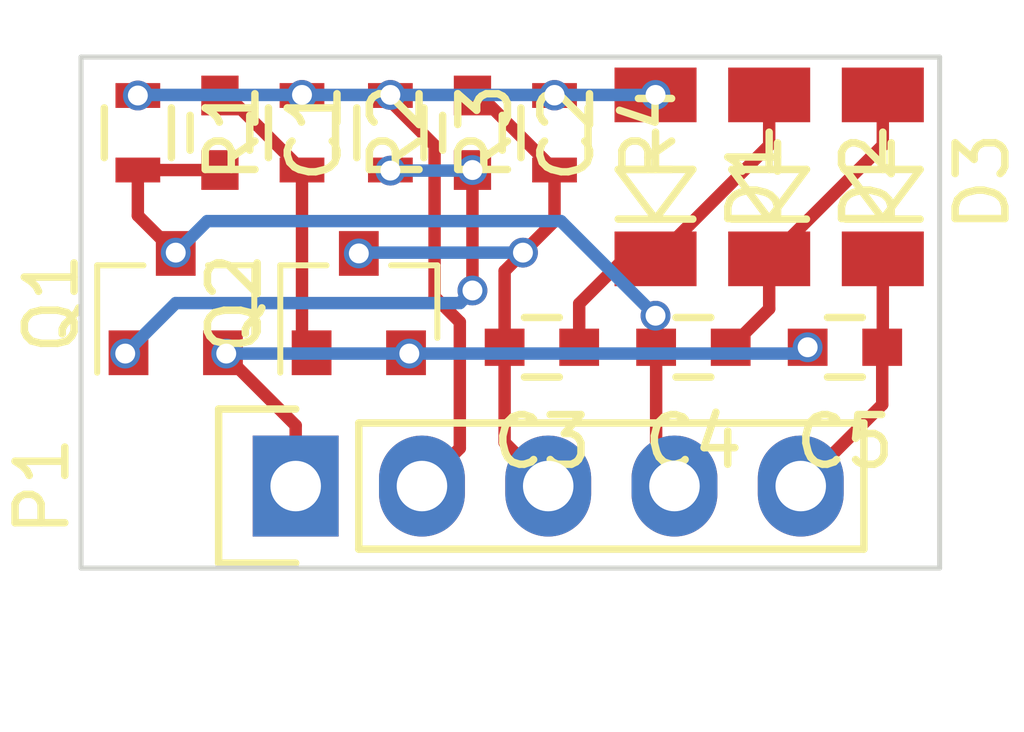
<source format=kicad_pcb>
(kicad_pcb (version 4) (host pcbnew 4.0.5)

  (general
    (links 26)
    (no_connects 0)
    (area 0 0 0 0)
    (thickness 1.6)
    (drawings 4)
    (tracks 86)
    (zones 0)
    (modules 15)
    (nets 10)
  )

  (page A4)
  (layers
    (0 F.Cu signal)
    (31 B.Cu signal)
    (32 B.Adhes user)
    (33 F.Adhes user)
    (34 B.Paste user)
    (35 F.Paste user)
    (36 B.SilkS user)
    (37 F.SilkS user)
    (38 B.Mask user)
    (39 F.Mask user)
    (40 Dwgs.User user)
    (41 Cmts.User user)
    (42 Eco1.User user)
    (43 Eco2.User user)
    (44 Edge.Cuts user)
    (45 Margin user)
    (46 B.CrtYd user)
    (47 F.CrtYd user)
    (48 B.Fab user)
    (49 F.Fab user)
  )

  (setup
    (last_trace_width 0.25)
    (trace_clearance 0.2)
    (zone_clearance 0.508)
    (zone_45_only no)
    (trace_min 0.2)
    (segment_width 0.2)
    (edge_width 0.1)
    (via_size 0.6)
    (via_drill 0.4)
    (via_min_size 0.4)
    (via_min_drill 0.3)
    (uvia_size 0.3)
    (uvia_drill 0.1)
    (uvias_allowed no)
    (uvia_min_size 0.2)
    (uvia_min_drill 0.1)
    (pcb_text_width 0.3)
    (pcb_text_size 1.5 1.5)
    (mod_edge_width 0.15)
    (mod_text_size 1 1)
    (mod_text_width 0.15)
    (pad_size 1.5 1.5)
    (pad_drill 0.6)
    (pad_to_mask_clearance 0)
    (aux_axis_origin 0 0)
    (visible_elements FFFCFF7F)
    (pcbplotparams
      (layerselection 0x00030_80000001)
      (usegerberextensions false)
      (excludeedgelayer true)
      (linewidth 0.100000)
      (plotframeref false)
      (viasonmask false)
      (mode 1)
      (useauxorigin false)
      (hpglpennumber 1)
      (hpglpenspeed 20)
      (hpglpendiameter 15)
      (hpglpenoverlay 2)
      (psnegative false)
      (psa4output false)
      (plotreference true)
      (plotvalue true)
      (plotinvisibletext false)
      (padsonsilk false)
      (subtractmaskfromsilk false)
      (outputformat 1)
      (mirror false)
      (drillshape 1)
      (scaleselection 1)
      (outputdirectory ""))
  )

  (net 0 "")
  (net 1 "Net-(C1-Pad1)")
  (net 2 "Net-(C2-Pad2)")
  (net 3 "Net-(C3-Pad1)")
  (net 4 "Net-(C4-Pad1)")
  (net 5 /P2)
  (net 6 /P1)
  (net 7 /V+)
  (net 8 GND)
  (net 9 /12V)

  (net_class Default "This is the default net class."
    (clearance 0.2)
    (trace_width 0.25)
    (via_dia 0.6)
    (via_drill 0.4)
    (uvia_dia 0.3)
    (uvia_drill 0.1)
    (add_net /12V)
    (add_net /P1)
    (add_net /P2)
    (add_net /V+)
    (add_net GND)
    (add_net "Net-(C1-Pad1)")
    (add_net "Net-(C2-Pad2)")
    (add_net "Net-(C3-Pad1)")
    (add_net "Net-(C4-Pad1)")
  )

  (module Capacitors_SMD:C_0603 (layer F.Cu) (tedit 5415D631) (tstamp 591B6AC4)
    (at 144.78 98.425 270)
    (descr "Capacitor SMD 0603, reflow soldering, AVX (see smccp.pdf)")
    (tags "capacitor 0603")
    (path /591B141C)
    (attr smd)
    (fp_text reference C1 (at 0 -1.9 270) (layer F.SilkS)
      (effects (font (size 1 1) (thickness 0.15)))
    )
    (fp_text value 0.01uF (at 0 1.9 270) (layer F.Fab)
      (effects (font (size 1 1) (thickness 0.15)))
    )
    (fp_line (start -0.8 0.4) (end -0.8 -0.4) (layer F.Fab) (width 0.15))
    (fp_line (start 0.8 0.4) (end -0.8 0.4) (layer F.Fab) (width 0.15))
    (fp_line (start 0.8 -0.4) (end 0.8 0.4) (layer F.Fab) (width 0.15))
    (fp_line (start -0.8 -0.4) (end 0.8 -0.4) (layer F.Fab) (width 0.15))
    (fp_line (start -1.45 -0.75) (end 1.45 -0.75) (layer F.CrtYd) (width 0.05))
    (fp_line (start -1.45 0.75) (end 1.45 0.75) (layer F.CrtYd) (width 0.05))
    (fp_line (start -1.45 -0.75) (end -1.45 0.75) (layer F.CrtYd) (width 0.05))
    (fp_line (start 1.45 -0.75) (end 1.45 0.75) (layer F.CrtYd) (width 0.05))
    (fp_line (start -0.35 -0.6) (end 0.35 -0.6) (layer F.SilkS) (width 0.15))
    (fp_line (start 0.35 0.6) (end -0.35 0.6) (layer F.SilkS) (width 0.15))
    (pad 1 smd rect (at -0.75 0 270) (size 0.8 0.75) (layers F.Cu F.Paste F.Mask)
      (net 1 "Net-(C1-Pad1)"))
    (pad 2 smd rect (at 0.75 0 270) (size 0.8 0.75) (layers F.Cu F.Paste F.Mask)
      (net 5 /P2))
    (model Capacitors_SMD.3dshapes/C_0603.wrl
      (at (xyz 0 0 0))
      (scale (xyz 1 1 1))
      (rotate (xyz 0 0 0))
    )
  )

  (module Capacitors_SMD:C_0603 (layer F.Cu) (tedit 5415D631) (tstamp 591B6AD4)
    (at 149.86 98.425 270)
    (descr "Capacitor SMD 0603, reflow soldering, AVX (see smccp.pdf)")
    (tags "capacitor 0603")
    (path /591B2113)
    (attr smd)
    (fp_text reference C2 (at 0 -1.9 270) (layer F.SilkS)
      (effects (font (size 1 1) (thickness 0.15)))
    )
    (fp_text value 0.01uF (at 0 1.9 270) (layer F.Fab)
      (effects (font (size 1 1) (thickness 0.15)))
    )
    (fp_line (start -0.8 0.4) (end -0.8 -0.4) (layer F.Fab) (width 0.15))
    (fp_line (start 0.8 0.4) (end -0.8 0.4) (layer F.Fab) (width 0.15))
    (fp_line (start 0.8 -0.4) (end 0.8 0.4) (layer F.Fab) (width 0.15))
    (fp_line (start -0.8 -0.4) (end 0.8 -0.4) (layer F.Fab) (width 0.15))
    (fp_line (start -1.45 -0.75) (end 1.45 -0.75) (layer F.CrtYd) (width 0.05))
    (fp_line (start -1.45 0.75) (end 1.45 0.75) (layer F.CrtYd) (width 0.05))
    (fp_line (start -1.45 -0.75) (end -1.45 0.75) (layer F.CrtYd) (width 0.05))
    (fp_line (start 1.45 -0.75) (end 1.45 0.75) (layer F.CrtYd) (width 0.05))
    (fp_line (start -0.35 -0.6) (end 0.35 -0.6) (layer F.SilkS) (width 0.15))
    (fp_line (start 0.35 0.6) (end -0.35 0.6) (layer F.SilkS) (width 0.15))
    (pad 1 smd rect (at -0.75 0 270) (size 0.8 0.75) (layers F.Cu F.Paste F.Mask)
      (net 6 /P1))
    (pad 2 smd rect (at 0.75 0 270) (size 0.8 0.75) (layers F.Cu F.Paste F.Mask)
      (net 2 "Net-(C2-Pad2)"))
    (model Capacitors_SMD.3dshapes/C_0603.wrl
      (at (xyz 0 0 0))
      (scale (xyz 1 1 1))
      (rotate (xyz 0 0 0))
    )
  )

  (module Capacitors_SMD:C_0603 (layer F.Cu) (tedit 5415D631) (tstamp 591B6AE4)
    (at 151.257 102.743 180)
    (descr "Capacitor SMD 0603, reflow soldering, AVX (see smccp.pdf)")
    (tags "capacitor 0603")
    (path /591B241E)
    (attr smd)
    (fp_text reference C3 (at 0 -1.9 180) (layer F.SilkS)
      (effects (font (size 1 1) (thickness 0.15)))
    )
    (fp_text value 1uF (at 0 1.9 180) (layer F.Fab)
      (effects (font (size 1 1) (thickness 0.15)))
    )
    (fp_line (start -0.8 0.4) (end -0.8 -0.4) (layer F.Fab) (width 0.15))
    (fp_line (start 0.8 0.4) (end -0.8 0.4) (layer F.Fab) (width 0.15))
    (fp_line (start 0.8 -0.4) (end 0.8 0.4) (layer F.Fab) (width 0.15))
    (fp_line (start -0.8 -0.4) (end 0.8 -0.4) (layer F.Fab) (width 0.15))
    (fp_line (start -1.45 -0.75) (end 1.45 -0.75) (layer F.CrtYd) (width 0.05))
    (fp_line (start -1.45 0.75) (end 1.45 0.75) (layer F.CrtYd) (width 0.05))
    (fp_line (start -1.45 -0.75) (end -1.45 0.75) (layer F.CrtYd) (width 0.05))
    (fp_line (start 1.45 -0.75) (end 1.45 0.75) (layer F.CrtYd) (width 0.05))
    (fp_line (start -0.35 -0.6) (end 0.35 -0.6) (layer F.SilkS) (width 0.15))
    (fp_line (start 0.35 0.6) (end -0.35 0.6) (layer F.SilkS) (width 0.15))
    (pad 1 smd rect (at -0.75 0 180) (size 0.8 0.75) (layers F.Cu F.Paste F.Mask)
      (net 3 "Net-(C3-Pad1)"))
    (pad 2 smd rect (at 0.75 0 180) (size 0.8 0.75) (layers F.Cu F.Paste F.Mask)
      (net 6 /P1))
    (model Capacitors_SMD.3dshapes/C_0603.wrl
      (at (xyz 0 0 0))
      (scale (xyz 1 1 1))
      (rotate (xyz 0 0 0))
    )
  )

  (module Capacitors_SMD:C_0603 (layer F.Cu) (tedit 5415D631) (tstamp 591B6AF4)
    (at 154.305 102.743 180)
    (descr "Capacitor SMD 0603, reflow soldering, AVX (see smccp.pdf)")
    (tags "capacitor 0603")
    (path /591B260E)
    (attr smd)
    (fp_text reference C4 (at 0 -1.9 180) (layer F.SilkS)
      (effects (font (size 1 1) (thickness 0.15)))
    )
    (fp_text value 1uF (at 0 1.9 180) (layer F.Fab)
      (effects (font (size 1 1) (thickness 0.15)))
    )
    (fp_line (start -0.8 0.4) (end -0.8 -0.4) (layer F.Fab) (width 0.15))
    (fp_line (start 0.8 0.4) (end -0.8 0.4) (layer F.Fab) (width 0.15))
    (fp_line (start 0.8 -0.4) (end 0.8 0.4) (layer F.Fab) (width 0.15))
    (fp_line (start -0.8 -0.4) (end 0.8 -0.4) (layer F.Fab) (width 0.15))
    (fp_line (start -1.45 -0.75) (end 1.45 -0.75) (layer F.CrtYd) (width 0.05))
    (fp_line (start -1.45 0.75) (end 1.45 0.75) (layer F.CrtYd) (width 0.05))
    (fp_line (start -1.45 -0.75) (end -1.45 0.75) (layer F.CrtYd) (width 0.05))
    (fp_line (start 1.45 -0.75) (end 1.45 0.75) (layer F.CrtYd) (width 0.05))
    (fp_line (start -0.35 -0.6) (end 0.35 -0.6) (layer F.SilkS) (width 0.15))
    (fp_line (start 0.35 0.6) (end -0.35 0.6) (layer F.SilkS) (width 0.15))
    (pad 1 smd rect (at -0.75 0 180) (size 0.8 0.75) (layers F.Cu F.Paste F.Mask)
      (net 4 "Net-(C4-Pad1)"))
    (pad 2 smd rect (at 0.75 0 180) (size 0.8 0.75) (layers F.Cu F.Paste F.Mask)
      (net 5 /P2))
    (model Capacitors_SMD.3dshapes/C_0603.wrl
      (at (xyz 0 0 0))
      (scale (xyz 1 1 1))
      (rotate (xyz 0 0 0))
    )
  )

  (module Capacitors_SMD:C_0603 (layer F.Cu) (tedit 5415D631) (tstamp 591B6B04)
    (at 157.353 102.743 180)
    (descr "Capacitor SMD 0603, reflow soldering, AVX (see smccp.pdf)")
    (tags "capacitor 0603")
    (path /591B2680)
    (attr smd)
    (fp_text reference C5 (at 0 -1.9 180) (layer F.SilkS)
      (effects (font (size 1 1) (thickness 0.15)))
    )
    (fp_text value 1uF (at 0 1.9 180) (layer F.Fab)
      (effects (font (size 1 1) (thickness 0.15)))
    )
    (fp_line (start -0.8 0.4) (end -0.8 -0.4) (layer F.Fab) (width 0.15))
    (fp_line (start 0.8 0.4) (end -0.8 0.4) (layer F.Fab) (width 0.15))
    (fp_line (start 0.8 -0.4) (end 0.8 0.4) (layer F.Fab) (width 0.15))
    (fp_line (start -0.8 -0.4) (end 0.8 -0.4) (layer F.Fab) (width 0.15))
    (fp_line (start -1.45 -0.75) (end 1.45 -0.75) (layer F.CrtYd) (width 0.05))
    (fp_line (start -1.45 0.75) (end 1.45 0.75) (layer F.CrtYd) (width 0.05))
    (fp_line (start -1.45 -0.75) (end -1.45 0.75) (layer F.CrtYd) (width 0.05))
    (fp_line (start 1.45 -0.75) (end 1.45 0.75) (layer F.CrtYd) (width 0.05))
    (fp_line (start -0.35 -0.6) (end 0.35 -0.6) (layer F.SilkS) (width 0.15))
    (fp_line (start 0.35 0.6) (end -0.35 0.6) (layer F.SilkS) (width 0.15))
    (pad 1 smd rect (at -0.75 0 180) (size 0.8 0.75) (layers F.Cu F.Paste F.Mask)
      (net 7 /V+))
    (pad 2 smd rect (at 0.75 0 180) (size 0.8 0.75) (layers F.Cu F.Paste F.Mask)
      (net 8 GND))
    (model Capacitors_SMD.3dshapes/C_0603.wrl
      (at (xyz 0 0 0))
      (scale (xyz 1 1 1))
      (rotate (xyz 0 0 0))
    )
  )

  (module Local:SOD-80 (layer F.Cu) (tedit 58968F75) (tstamp 591B6B14)
    (at 153.543 97.663 270)
    (path /591B2499)
    (fp_text reference D1 (at 1.75 -2 270) (layer F.SilkS)
      (effects (font (size 1 1) (thickness 0.15)))
    )
    (fp_text value LL4148 (at 1.5 2 270) (layer F.Fab)
      (effects (font (size 1 1) (thickness 0.15)))
    )
    (fp_line (start -0.75 -1) (end 4 -1) (layer F.CrtYd) (width 0.15))
    (fp_line (start 4 -1) (end 4 1) (layer F.CrtYd) (width 0.15))
    (fp_line (start 4 1) (end -0.75 1) (layer F.CrtYd) (width 0.15))
    (fp_line (start -0.75 1) (end -0.75 -1) (layer F.CrtYd) (width 0.15))
    (fp_line (start 2.5 -0.75) (end 2.5 0.75) (layer F.SilkS) (width 0.15))
    (fp_line (start 0.75 0) (end 1.5 0) (layer F.SilkS) (width 0.15))
    (fp_line (start 1.5 0) (end 1.5 -0.75) (layer F.SilkS) (width 0.15))
    (fp_line (start 1.5 -0.75) (end 2.5 0) (layer F.SilkS) (width 0.15))
    (fp_line (start 2.5 0) (end 1.5 0.75) (layer F.SilkS) (width 0.15))
    (fp_line (start 1.5 0.75) (end 1.5 0) (layer F.SilkS) (width 0.15))
    (pad 2 smd rect (at 3.3 0 270) (size 1.1 1.65) (layers F.Cu F.Paste F.Mask)
      (net 3 "Net-(C3-Pad1)"))
    (pad 1 smd rect (at 0 0 270) (size 1.1 1.65) (layers F.Cu F.Paste F.Mask)
      (net 9 /12V))
  )

  (module Local:SOD-80 (layer F.Cu) (tedit 58968F75) (tstamp 591B6B24)
    (at 155.829 97.663 270)
    (path /591B2614)
    (fp_text reference D2 (at 1.75 -2 270) (layer F.SilkS)
      (effects (font (size 1 1) (thickness 0.15)))
    )
    (fp_text value LL4148 (at 1.5 2 270) (layer F.Fab)
      (effects (font (size 1 1) (thickness 0.15)))
    )
    (fp_line (start -0.75 -1) (end 4 -1) (layer F.CrtYd) (width 0.15))
    (fp_line (start 4 -1) (end 4 1) (layer F.CrtYd) (width 0.15))
    (fp_line (start 4 1) (end -0.75 1) (layer F.CrtYd) (width 0.15))
    (fp_line (start -0.75 1) (end -0.75 -1) (layer F.CrtYd) (width 0.15))
    (fp_line (start 2.5 -0.75) (end 2.5 0.75) (layer F.SilkS) (width 0.15))
    (fp_line (start 0.75 0) (end 1.5 0) (layer F.SilkS) (width 0.15))
    (fp_line (start 1.5 0) (end 1.5 -0.75) (layer F.SilkS) (width 0.15))
    (fp_line (start 1.5 -0.75) (end 2.5 0) (layer F.SilkS) (width 0.15))
    (fp_line (start 2.5 0) (end 1.5 0.75) (layer F.SilkS) (width 0.15))
    (fp_line (start 1.5 0.75) (end 1.5 0) (layer F.SilkS) (width 0.15))
    (pad 2 smd rect (at 3.3 0 270) (size 1.1 1.65) (layers F.Cu F.Paste F.Mask)
      (net 4 "Net-(C4-Pad1)"))
    (pad 1 smd rect (at 0 0 270) (size 1.1 1.65) (layers F.Cu F.Paste F.Mask)
      (net 3 "Net-(C3-Pad1)"))
  )

  (module Local:SOD-80 (layer F.Cu) (tedit 58968F75) (tstamp 591B6B34)
    (at 158.115 97.663 270)
    (path /591B2686)
    (fp_text reference D3 (at 1.75 -2 270) (layer F.SilkS)
      (effects (font (size 1 1) (thickness 0.15)))
    )
    (fp_text value LL4148 (at 1.5 2 270) (layer F.Fab)
      (effects (font (size 1 1) (thickness 0.15)))
    )
    (fp_line (start -0.75 -1) (end 4 -1) (layer F.CrtYd) (width 0.15))
    (fp_line (start 4 -1) (end 4 1) (layer F.CrtYd) (width 0.15))
    (fp_line (start 4 1) (end -0.75 1) (layer F.CrtYd) (width 0.15))
    (fp_line (start -0.75 1) (end -0.75 -1) (layer F.CrtYd) (width 0.15))
    (fp_line (start 2.5 -0.75) (end 2.5 0.75) (layer F.SilkS) (width 0.15))
    (fp_line (start 0.75 0) (end 1.5 0) (layer F.SilkS) (width 0.15))
    (fp_line (start 1.5 0) (end 1.5 -0.75) (layer F.SilkS) (width 0.15))
    (fp_line (start 1.5 -0.75) (end 2.5 0) (layer F.SilkS) (width 0.15))
    (fp_line (start 2.5 0) (end 1.5 0.75) (layer F.SilkS) (width 0.15))
    (fp_line (start 1.5 0.75) (end 1.5 0) (layer F.SilkS) (width 0.15))
    (pad 2 smd rect (at 3.3 0 270) (size 1.1 1.65) (layers F.Cu F.Paste F.Mask)
      (net 7 /V+))
    (pad 1 smd rect (at 0 0 270) (size 1.1 1.65) (layers F.Cu F.Paste F.Mask)
      (net 4 "Net-(C4-Pad1)"))
  )

  (module TO_SOT_Packages_SMD:SOT-23 (layer F.Cu) (tedit 583F39EB) (tstamp 591B6B47)
    (at 143.891 101.854 90)
    (descr "SOT-23, Standard")
    (tags SOT-23)
    (path /591B21B0)
    (attr smd)
    (fp_text reference Q1 (at 0 -2.5 90) (layer F.SilkS)
      (effects (font (size 1 1) (thickness 0.15)))
    )
    (fp_text value MMBT3906 (at 0 2.5 90) (layer F.Fab)
      (effects (font (size 1 1) (thickness 0.15)))
    )
    (fp_line (start 0.76 1.58) (end 0.76 0.65) (layer F.SilkS) (width 0.12))
    (fp_line (start 0.76 -1.58) (end 0.76 -0.65) (layer F.SilkS) (width 0.12))
    (fp_line (start 0.7 -1.52) (end 0.7 1.52) (layer F.Fab) (width 0.15))
    (fp_line (start -0.7 1.52) (end 0.7 1.52) (layer F.Fab) (width 0.15))
    (fp_line (start -1.7 -1.75) (end 1.7 -1.75) (layer F.CrtYd) (width 0.05))
    (fp_line (start 1.7 -1.75) (end 1.7 1.75) (layer F.CrtYd) (width 0.05))
    (fp_line (start 1.7 1.75) (end -1.7 1.75) (layer F.CrtYd) (width 0.05))
    (fp_line (start -1.7 1.75) (end -1.7 -1.75) (layer F.CrtYd) (width 0.05))
    (fp_line (start 0.76 -1.58) (end -1.4 -1.58) (layer F.SilkS) (width 0.12))
    (fp_line (start -0.7 -1.52) (end 0.7 -1.52) (layer F.Fab) (width 0.15))
    (fp_line (start -0.7 -1.52) (end -0.7 1.52) (layer F.Fab) (width 0.15))
    (fp_line (start 0.76 1.58) (end -0.7 1.58) (layer F.SilkS) (width 0.12))
    (pad 1 smd rect (at -1 -0.95 90) (size 0.9 0.8) (layers F.Cu F.Paste F.Mask)
      (net 2 "Net-(C2-Pad2)"))
    (pad 2 smd rect (at -1 0.95 90) (size 0.9 0.8) (layers F.Cu F.Paste F.Mask)
      (net 8 GND))
    (pad 3 smd rect (at 1 0 90) (size 0.9 0.8) (layers F.Cu F.Paste F.Mask)
      (net 5 /P2))
    (model TO_SOT_Packages_SMD.3dshapes/SOT-23.wrl
      (at (xyz 0 0 0))
      (scale (xyz 1 1 1))
      (rotate (xyz 0 0 90))
    )
  )

  (module TO_SOT_Packages_SMD:SOT-23 (layer F.Cu) (tedit 583F39EB) (tstamp 591B6B5A)
    (at 147.574 101.854 90)
    (descr "SOT-23, Standard")
    (tags SOT-23)
    (path /591B0BFB)
    (attr smd)
    (fp_text reference Q2 (at 0 -2.5 90) (layer F.SilkS)
      (effects (font (size 1 1) (thickness 0.15)))
    )
    (fp_text value MMBT3906 (at 0 2.5 90) (layer F.Fab)
      (effects (font (size 1 1) (thickness 0.15)))
    )
    (fp_line (start 0.76 1.58) (end 0.76 0.65) (layer F.SilkS) (width 0.12))
    (fp_line (start 0.76 -1.58) (end 0.76 -0.65) (layer F.SilkS) (width 0.12))
    (fp_line (start 0.7 -1.52) (end 0.7 1.52) (layer F.Fab) (width 0.15))
    (fp_line (start -0.7 1.52) (end 0.7 1.52) (layer F.Fab) (width 0.15))
    (fp_line (start -1.7 -1.75) (end 1.7 -1.75) (layer F.CrtYd) (width 0.05))
    (fp_line (start 1.7 -1.75) (end 1.7 1.75) (layer F.CrtYd) (width 0.05))
    (fp_line (start 1.7 1.75) (end -1.7 1.75) (layer F.CrtYd) (width 0.05))
    (fp_line (start -1.7 1.75) (end -1.7 -1.75) (layer F.CrtYd) (width 0.05))
    (fp_line (start 0.76 -1.58) (end -1.4 -1.58) (layer F.SilkS) (width 0.12))
    (fp_line (start -0.7 -1.52) (end 0.7 -1.52) (layer F.Fab) (width 0.15))
    (fp_line (start -0.7 -1.52) (end -0.7 1.52) (layer F.Fab) (width 0.15))
    (fp_line (start 0.76 1.58) (end -0.7 1.58) (layer F.SilkS) (width 0.12))
    (pad 1 smd rect (at -1 -0.95 90) (size 0.9 0.8) (layers F.Cu F.Paste F.Mask)
      (net 1 "Net-(C1-Pad1)"))
    (pad 2 smd rect (at -1 0.95 90) (size 0.9 0.8) (layers F.Cu F.Paste F.Mask)
      (net 8 GND))
    (pad 3 smd rect (at 1 0 90) (size 0.9 0.8) (layers F.Cu F.Paste F.Mask)
      (net 6 /P1))
    (model TO_SOT_Packages_SMD.3dshapes/SOT-23.wrl
      (at (xyz 0 0 0))
      (scale (xyz 1 1 1))
      (rotate (xyz 0 0 90))
    )
  )

  (module Resistors_SMD:R_0603 (layer F.Cu) (tedit 58307A47) (tstamp 591B6B6A)
    (at 143.129 98.425 270)
    (descr "Resistor SMD 0603, reflow soldering, Vishay (see dcrcw.pdf)")
    (tags "resistor 0603")
    (path /591B13E8)
    (attr smd)
    (fp_text reference R1 (at 0 -1.9 270) (layer F.SilkS)
      (effects (font (size 1 1) (thickness 0.15)))
    )
    (fp_text value 10K (at 0 1.9 270) (layer F.Fab)
      (effects (font (size 1 1) (thickness 0.15)))
    )
    (fp_line (start -0.8 0.4) (end -0.8 -0.4) (layer F.Fab) (width 0.1))
    (fp_line (start 0.8 0.4) (end -0.8 0.4) (layer F.Fab) (width 0.1))
    (fp_line (start 0.8 -0.4) (end 0.8 0.4) (layer F.Fab) (width 0.1))
    (fp_line (start -0.8 -0.4) (end 0.8 -0.4) (layer F.Fab) (width 0.1))
    (fp_line (start -1.3 -0.8) (end 1.3 -0.8) (layer F.CrtYd) (width 0.05))
    (fp_line (start -1.3 0.8) (end 1.3 0.8) (layer F.CrtYd) (width 0.05))
    (fp_line (start -1.3 -0.8) (end -1.3 0.8) (layer F.CrtYd) (width 0.05))
    (fp_line (start 1.3 -0.8) (end 1.3 0.8) (layer F.CrtYd) (width 0.05))
    (fp_line (start 0.5 0.675) (end -0.5 0.675) (layer F.SilkS) (width 0.15))
    (fp_line (start -0.5 -0.675) (end 0.5 -0.675) (layer F.SilkS) (width 0.15))
    (pad 1 smd rect (at -0.75 0 270) (size 0.5 0.9) (layers F.Cu F.Paste F.Mask)
      (net 9 /12V))
    (pad 2 smd rect (at 0.75 0 270) (size 0.5 0.9) (layers F.Cu F.Paste F.Mask)
      (net 5 /P2))
    (model Resistors_SMD.3dshapes/R_0603.wrl
      (at (xyz 0 0 0))
      (scale (xyz 1 1 1))
      (rotate (xyz 0 0 0))
    )
  )

  (module Resistors_SMD:R_0603 (layer F.Cu) (tedit 58307A47) (tstamp 591B6B7A)
    (at 146.431 98.425 270)
    (descr "Resistor SMD 0603, reflow soldering, Vishay (see dcrcw.pdf)")
    (tags "resistor 0603")
    (path /591B1957)
    (attr smd)
    (fp_text reference R2 (at 0 -1.9 270) (layer F.SilkS)
      (effects (font (size 1 1) (thickness 0.15)))
    )
    (fp_text value 100K (at 0 1.9 270) (layer F.Fab)
      (effects (font (size 1 1) (thickness 0.15)))
    )
    (fp_line (start -0.8 0.4) (end -0.8 -0.4) (layer F.Fab) (width 0.1))
    (fp_line (start 0.8 0.4) (end -0.8 0.4) (layer F.Fab) (width 0.1))
    (fp_line (start 0.8 -0.4) (end 0.8 0.4) (layer F.Fab) (width 0.1))
    (fp_line (start -0.8 -0.4) (end 0.8 -0.4) (layer F.Fab) (width 0.1))
    (fp_line (start -1.3 -0.8) (end 1.3 -0.8) (layer F.CrtYd) (width 0.05))
    (fp_line (start -1.3 0.8) (end 1.3 0.8) (layer F.CrtYd) (width 0.05))
    (fp_line (start -1.3 -0.8) (end -1.3 0.8) (layer F.CrtYd) (width 0.05))
    (fp_line (start 1.3 -0.8) (end 1.3 0.8) (layer F.CrtYd) (width 0.05))
    (fp_line (start 0.5 0.675) (end -0.5 0.675) (layer F.SilkS) (width 0.15))
    (fp_line (start -0.5 -0.675) (end 0.5 -0.675) (layer F.SilkS) (width 0.15))
    (pad 1 smd rect (at -0.75 0 270) (size 0.5 0.9) (layers F.Cu F.Paste F.Mask)
      (net 9 /12V))
    (pad 2 smd rect (at 0.75 0 270) (size 0.5 0.9) (layers F.Cu F.Paste F.Mask)
      (net 1 "Net-(C1-Pad1)"))
    (model Resistors_SMD.3dshapes/R_0603.wrl
      (at (xyz 0 0 0))
      (scale (xyz 1 1 1))
      (rotate (xyz 0 0 0))
    )
  )

  (module Resistors_SMD:R_0603 (layer F.Cu) (tedit 58307A47) (tstamp 591B6B8A)
    (at 148.209 98.425 270)
    (descr "Resistor SMD 0603, reflow soldering, Vishay (see dcrcw.pdf)")
    (tags "resistor 0603")
    (path /591B210D)
    (attr smd)
    (fp_text reference R3 (at 0 -1.9 270) (layer F.SilkS)
      (effects (font (size 1 1) (thickness 0.15)))
    )
    (fp_text value 10K (at 0 1.9 270) (layer F.Fab)
      (effects (font (size 1 1) (thickness 0.15)))
    )
    (fp_line (start -0.8 0.4) (end -0.8 -0.4) (layer F.Fab) (width 0.1))
    (fp_line (start 0.8 0.4) (end -0.8 0.4) (layer F.Fab) (width 0.1))
    (fp_line (start 0.8 -0.4) (end 0.8 0.4) (layer F.Fab) (width 0.1))
    (fp_line (start -0.8 -0.4) (end 0.8 -0.4) (layer F.Fab) (width 0.1))
    (fp_line (start -1.3 -0.8) (end 1.3 -0.8) (layer F.CrtYd) (width 0.05))
    (fp_line (start -1.3 0.8) (end 1.3 0.8) (layer F.CrtYd) (width 0.05))
    (fp_line (start -1.3 -0.8) (end -1.3 0.8) (layer F.CrtYd) (width 0.05))
    (fp_line (start 1.3 -0.8) (end 1.3 0.8) (layer F.CrtYd) (width 0.05))
    (fp_line (start 0.5 0.675) (end -0.5 0.675) (layer F.SilkS) (width 0.15))
    (fp_line (start -0.5 -0.675) (end 0.5 -0.675) (layer F.SilkS) (width 0.15))
    (pad 1 smd rect (at -0.75 0 270) (size 0.5 0.9) (layers F.Cu F.Paste F.Mask)
      (net 9 /12V))
    (pad 2 smd rect (at 0.75 0 270) (size 0.5 0.9) (layers F.Cu F.Paste F.Mask)
      (net 2 "Net-(C2-Pad2)"))
    (model Resistors_SMD.3dshapes/R_0603.wrl
      (at (xyz 0 0 0))
      (scale (xyz 1 1 1))
      (rotate (xyz 0 0 0))
    )
  )

  (module Resistors_SMD:R_0603 (layer F.Cu) (tedit 58307A47) (tstamp 591B6B9A)
    (at 151.511 98.425 270)
    (descr "Resistor SMD 0603, reflow soldering, Vishay (see dcrcw.pdf)")
    (tags "resistor 0603")
    (path /591B2119)
    (attr smd)
    (fp_text reference R4 (at 0 -1.9 270) (layer F.SilkS)
      (effects (font (size 1 1) (thickness 0.15)))
    )
    (fp_text value 100K (at 0 1.9 270) (layer F.Fab)
      (effects (font (size 1 1) (thickness 0.15)))
    )
    (fp_line (start -0.8 0.4) (end -0.8 -0.4) (layer F.Fab) (width 0.1))
    (fp_line (start 0.8 0.4) (end -0.8 0.4) (layer F.Fab) (width 0.1))
    (fp_line (start 0.8 -0.4) (end 0.8 0.4) (layer F.Fab) (width 0.1))
    (fp_line (start -0.8 -0.4) (end 0.8 -0.4) (layer F.Fab) (width 0.1))
    (fp_line (start -1.3 -0.8) (end 1.3 -0.8) (layer F.CrtYd) (width 0.05))
    (fp_line (start -1.3 0.8) (end 1.3 0.8) (layer F.CrtYd) (width 0.05))
    (fp_line (start -1.3 -0.8) (end -1.3 0.8) (layer F.CrtYd) (width 0.05))
    (fp_line (start 1.3 -0.8) (end 1.3 0.8) (layer F.CrtYd) (width 0.05))
    (fp_line (start 0.5 0.675) (end -0.5 0.675) (layer F.SilkS) (width 0.15))
    (fp_line (start -0.5 -0.675) (end 0.5 -0.675) (layer F.SilkS) (width 0.15))
    (pad 1 smd rect (at -0.75 0 270) (size 0.5 0.9) (layers F.Cu F.Paste F.Mask)
      (net 9 /12V))
    (pad 2 smd rect (at 0.75 0 270) (size 0.5 0.9) (layers F.Cu F.Paste F.Mask)
      (net 6 /P1))
    (model Resistors_SMD.3dshapes/R_0603.wrl
      (at (xyz 0 0 0))
      (scale (xyz 1 1 1))
      (rotate (xyz 0 0 0))
    )
  )

  (module Pin_Headers:Pin_Header_Straight_1x05 (layer F.Cu) (tedit 54EA0684) (tstamp 59278230)
    (at 146.304 105.537 90)
    (descr "Through hole pin header")
    (tags "pin header")
    (path /59270FA7)
    (fp_text reference P1 (at 0 -5.1 90) (layer F.SilkS)
      (effects (font (size 1 1) (thickness 0.15)))
    )
    (fp_text value CONN_01X05 (at 0 -3.1 90) (layer F.Fab)
      (effects (font (size 1 1) (thickness 0.15)))
    )
    (fp_line (start -1.55 0) (end -1.55 -1.55) (layer F.SilkS) (width 0.15))
    (fp_line (start -1.55 -1.55) (end 1.55 -1.55) (layer F.SilkS) (width 0.15))
    (fp_line (start 1.55 -1.55) (end 1.55 0) (layer F.SilkS) (width 0.15))
    (fp_line (start -1.75 -1.75) (end -1.75 11.95) (layer F.CrtYd) (width 0.05))
    (fp_line (start 1.75 -1.75) (end 1.75 11.95) (layer F.CrtYd) (width 0.05))
    (fp_line (start -1.75 -1.75) (end 1.75 -1.75) (layer F.CrtYd) (width 0.05))
    (fp_line (start -1.75 11.95) (end 1.75 11.95) (layer F.CrtYd) (width 0.05))
    (fp_line (start 1.27 1.27) (end 1.27 11.43) (layer F.SilkS) (width 0.15))
    (fp_line (start 1.27 11.43) (end -1.27 11.43) (layer F.SilkS) (width 0.15))
    (fp_line (start -1.27 11.43) (end -1.27 1.27) (layer F.SilkS) (width 0.15))
    (fp_line (start 1.27 1.27) (end -1.27 1.27) (layer F.SilkS) (width 0.15))
    (pad 1 thru_hole rect (at 0 0 90) (size 2.032 1.7272) (drill 1.016) (layers *.Cu *.Mask)
      (net 8 GND))
    (pad 2 thru_hole oval (at 0 2.54 90) (size 2.032 1.7272) (drill 1.016) (layers *.Cu *.Mask)
      (net 9 /12V))
    (pad 3 thru_hole oval (at 0 5.08 90) (size 2.032 1.7272) (drill 1.016) (layers *.Cu *.Mask)
      (net 6 /P1))
    (pad 4 thru_hole oval (at 0 7.62 90) (size 2.032 1.7272) (drill 1.016) (layers *.Cu *.Mask)
      (net 5 /P2))
    (pad 5 thru_hole oval (at 0 10.16 90) (size 2.032 1.7272) (drill 1.016) (layers *.Cu *.Mask)
      (net 7 /V+))
    (model Pin_Headers.3dshapes/Pin_Header_Straight_1x05.wrl
      (at (xyz 0 -0.2 0))
      (scale (xyz 1 1 1))
      (rotate (xyz 0 0 90))
    )
  )

  (gr_line (start 141.986 107.188) (end 141.986 96.901) (angle 90) (layer Edge.Cuts) (width 0.1))
  (gr_line (start 159.258 107.188) (end 141.986 107.188) (angle 90) (layer Edge.Cuts) (width 0.1))
  (gr_line (start 159.258 96.901) (end 159.258 107.188) (angle 90) (layer Edge.Cuts) (width 0.1))
  (gr_line (start 141.986 96.901) (end 159.258 96.901) (angle 90) (layer Edge.Cuts) (width 0.1))

  (segment (start 146.431 99.175) (end 146.431 102.661) (width 0.25) (layer F.Cu) (net 1))
  (segment (start 146.431 102.661) (end 146.624 102.854) (width 0.25) (layer F.Cu) (net 1) (tstamp 5927837D))
  (segment (start 144.78 97.675) (end 144.931 97.675) (width 0.25) (layer F.Cu) (net 1))
  (segment (start 144.931 97.675) (end 146.431 99.175) (width 0.25) (layer F.Cu) (net 1) (tstamp 5927836F))
  (segment (start 149.86 99.175) (end 149.86 101.6) (width 0.25) (layer F.Cu) (net 2))
  (segment (start 142.875 102.87) (end 142.941 102.854) (width 0.25) (layer F.Cu) (net 2) (tstamp 592783B7))
  (via (at 142.875 102.87) (size 0.6) (drill 0.4) (layers F.Cu B.Cu) (net 2))
  (segment (start 143.891 101.854) (end 142.875 102.87) (width 0.25) (layer B.Cu) (net 2) (tstamp 592783B3))
  (segment (start 149.606 101.854) (end 143.891 101.854) (width 0.25) (layer B.Cu) (net 2) (tstamp 592783B2))
  (segment (start 149.86 101.6) (end 149.606 101.854) (width 0.25) (layer B.Cu) (net 2) (tstamp 592783B1))
  (via (at 149.86 101.6) (size 0.6) (drill 0.4) (layers F.Cu B.Cu) (net 2))
  (via (at 149.86 99.175) (size 0.6) (drill 0.4) (layers F.Cu B.Cu) (net 2))
  (segment (start 148.209 99.175) (end 148.209 99.187) (width 0.25) (layer F.Cu) (net 2) (tstamp 5927839E))
  (via (at 148.209 99.187) (size 0.6) (drill 0.4) (layers F.Cu B.Cu) (net 2))
  (segment (start 149.848 99.187) (end 148.209 99.187) (width 0.25) (layer B.Cu) (net 2) (tstamp 5927839B))
  (segment (start 149.848 99.187) (end 149.86 99.175) (width 0.25) (layer B.Cu) (net 2) (tstamp 5927839A))
  (segment (start 153.543 100.963) (end 152.91 100.963) (width 0.25) (layer F.Cu) (net 3))
  (segment (start 152.91 100.963) (end 152.007 101.866) (width 0.25) (layer F.Cu) (net 3) (tstamp 59278366))
  (segment (start 152.007 101.866) (end 152.007 102.743) (width 0.25) (layer F.Cu) (net 3) (tstamp 59278367))
  (segment (start 155.829 97.663) (end 155.829 98.677) (width 0.25) (layer F.Cu) (net 3))
  (segment (start 155.829 98.677) (end 153.543 100.963) (width 0.25) (layer F.Cu) (net 3) (tstamp 5927835F))
  (segment (start 155.829 100.963) (end 155.829 101.969) (width 0.25) (layer F.Cu) (net 4))
  (segment (start 155.829 101.969) (end 155.055 102.743) (width 0.25) (layer F.Cu) (net 4) (tstamp 59278363))
  (segment (start 158.115 97.663) (end 158.115 98.677) (width 0.25) (layer F.Cu) (net 4))
  (segment (start 158.115 98.677) (end 155.829 100.963) (width 0.25) (layer F.Cu) (net 4) (tstamp 5927835B))
  (segment (start 153.555 102.743) (end 153.555 102.12) (width 0.25) (layer F.Cu) (net 5))
  (segment (start 143.891 100.838) (end 143.891 100.854) (width 0.25) (layer F.Cu) (net 5) (tstamp 592783C0))
  (via (at 143.891 100.838) (size 0.6) (drill 0.4) (layers F.Cu B.Cu) (net 5))
  (segment (start 144.526 100.203) (end 143.891 100.838) (width 0.25) (layer B.Cu) (net 5) (tstamp 592783BD))
  (segment (start 151.638 100.203) (end 144.526 100.203) (width 0.25) (layer B.Cu) (net 5) (tstamp 592783BB))
  (segment (start 153.543 102.108) (end 151.638 100.203) (width 0.25) (layer B.Cu) (net 5) (tstamp 592783BA))
  (via (at 153.543 102.108) (size 0.6) (drill 0.4) (layers F.Cu B.Cu) (net 5))
  (segment (start 153.555 102.12) (end 153.543 102.108) (width 0.25) (layer F.Cu) (net 5) (tstamp 592783B8))
  (segment (start 143.129 99.175) (end 143.129 100.092) (width 0.25) (layer F.Cu) (net 5))
  (segment (start 143.129 100.092) (end 143.891 100.854) (width 0.25) (layer F.Cu) (net 5) (tstamp 5927839F))
  (segment (start 153.555 102.743) (end 153.555 105.168) (width 0.25) (layer F.Cu) (net 5))
  (segment (start 153.555 105.168) (end 153.924 105.537) (width 0.25) (layer F.Cu) (net 5) (tstamp 59278380))
  (segment (start 144.78 99.175) (end 143.129 99.175) (width 0.25) (layer F.Cu) (net 5))
  (via (at 147.574 100.854) (size 0.6) (drill 0.4) (layers F.Cu B.Cu) (net 6))
  (via (at 150.876 100.838) (size 0.6) (drill 0.4) (layers F.Cu B.Cu) (net 6))
  (segment (start 150.876 100.838) (end 147.59 100.838) (width 0.25) (layer B.Cu) (net 6) (tstamp 592783A8))
  (segment (start 147.59 100.838) (end 147.574 100.854) (width 0.25) (layer B.Cu) (net 6) (tstamp 592783A7))
  (segment (start 150.507 102.743) (end 150.507 104.66) (width 0.25) (layer F.Cu) (net 6))
  (segment (start 150.507 104.66) (end 151.384 105.537) (width 0.25) (layer F.Cu) (net 6) (tstamp 59278383))
  (segment (start 151.511 99.175) (end 151.511 100.203) (width 0.25) (layer F.Cu) (net 6))
  (segment (start 150.507 101.207) (end 150.507 102.743) (width 0.25) (layer F.Cu) (net 6) (tstamp 59278377))
  (segment (start 151.511 100.203) (end 150.876 100.838) (width 0.25) (layer F.Cu) (net 6) (tstamp 59278375))
  (segment (start 150.876 100.838) (end 150.507 101.207) (width 0.25) (layer F.Cu) (net 6) (tstamp 592783AC))
  (segment (start 149.86 97.675) (end 150.011 97.675) (width 0.25) (layer F.Cu) (net 6))
  (segment (start 150.011 97.675) (end 151.511 99.175) (width 0.25) (layer F.Cu) (net 6) (tstamp 59278372))
  (segment (start 158.103 102.743) (end 158.103 103.898) (width 0.25) (layer F.Cu) (net 7))
  (segment (start 158.103 103.898) (end 156.464 105.537) (width 0.25) (layer F.Cu) (net 7) (tstamp 59278394))
  (segment (start 158.115 100.963) (end 158.115 102.731) (width 0.25) (layer F.Cu) (net 7))
  (segment (start 158.115 102.731) (end 158.103 102.743) (width 0.25) (layer F.Cu) (net 7) (tstamp 5927836A))
  (segment (start 146.304 105.537) (end 146.304 104.317) (width 0.25) (layer F.Cu) (net 8))
  (segment (start 146.304 104.317) (end 144.841 102.854) (width 0.25) (layer F.Cu) (net 8) (tstamp 59278390))
  (segment (start 148.59 102.87) (end 144.907 102.87) (width 0.25) (layer B.Cu) (net 8))
  (segment (start 144.907 102.87) (end 144.841 102.854) (width 0.25) (layer F.Cu) (net 8) (tstamp 5927838F))
  (via (at 144.907 102.87) (size 0.6) (drill 0.4) (layers F.Cu B.Cu) (net 8))
  (via (at 156.603 102.743) (size 0.6) (drill 0.4) (layers F.Cu B.Cu) (net 8))
  (segment (start 148.524 102.854) (end 148.59 102.87) (width 0.25) (layer F.Cu) (net 8) (tstamp 5927838B))
  (via (at 148.59 102.87) (size 0.6) (drill 0.4) (layers F.Cu B.Cu) (net 8))
  (segment (start 156.476 102.87) (end 148.59 102.87) (width 0.25) (layer B.Cu) (net 8) (tstamp 59278388))
  (segment (start 156.476 102.87) (end 156.603 102.743) (width 0.25) (layer B.Cu) (net 8) (tstamp 59278387))
  (segment (start 148.209 97.675) (end 148.209 97.79) (width 0.25) (layer F.Cu) (net 9))
  (segment (start 148.209 97.79) (end 149.098 98.679) (width 0.25) (layer F.Cu) (net 9) (tstamp 592783DE))
  (segment (start 149.606 104.775) (end 148.844 105.537) (width 0.25) (layer F.Cu) (net 9) (tstamp 592783E2))
  (segment (start 149.606 102.235) (end 149.606 104.775) (width 0.25) (layer F.Cu) (net 9) (tstamp 592783E1))
  (segment (start 149.098 101.727) (end 149.606 102.235) (width 0.25) (layer F.Cu) (net 9) (tstamp 592783E0))
  (segment (start 149.098 98.679) (end 149.098 101.727) (width 0.25) (layer F.Cu) (net 9) (tstamp 592783DF))
  (via (at 151.511 97.675) (size 0.6) (drill 0.4) (layers F.Cu B.Cu) (net 9))
  (segment (start 151.511 97.663) (end 151.511 97.675) (width 0.25) (layer F.Cu) (net 9) (tstamp 592783D7))
  (segment (start 151.499 97.663) (end 148.209 97.663) (width 0.25) (layer B.Cu) (net 9) (tstamp 592783DA))
  (segment (start 151.511 97.675) (end 151.499 97.663) (width 0.25) (layer B.Cu) (net 9) (tstamp 592783D9))
  (via (at 153.543 97.663) (size 0.6) (drill 0.4) (layers F.Cu B.Cu) (net 9))
  (segment (start 153.531 97.675) (end 153.543 97.663) (width 0.25) (layer F.Cu) (net 9) (tstamp 592783C1))
  (via (at 151.511 97.663) (size 0.6) (drill 0.4) (layers F.Cu B.Cu) (net 9))
  (segment (start 153.543 97.663) (end 151.511 97.663) (width 0.25) (layer B.Cu) (net 9) (tstamp 592783D3))
  (segment (start 146.431 97.663) (end 148.209 97.663) (width 0.25) (layer B.Cu) (net 9))
  (segment (start 148.209 97.663) (end 148.209 97.675) (width 0.25) (layer F.Cu) (net 9) (tstamp 592783D0))
  (via (at 148.209 97.663) (size 0.6) (drill 0.4) (layers F.Cu B.Cu) (net 9))
  (via (at 143.129 97.675) (size 0.6) (drill 0.4) (layers F.Cu B.Cu) (net 9))
  (segment (start 146.431 97.675) (end 146.431 97.663) (width 0.25) (layer F.Cu) (net 9) (tstamp 592783CB))
  (via (at 146.431 97.663) (size 0.6) (drill 0.4) (layers F.Cu B.Cu) (net 9))
  (segment (start 143.141 97.663) (end 146.431 97.663) (width 0.25) (layer B.Cu) (net 9) (tstamp 592783C8))
  (segment (start 143.141 97.663) (end 143.129 97.675) (width 0.25) (layer B.Cu) (net 9) (tstamp 592783C7))

)

</source>
